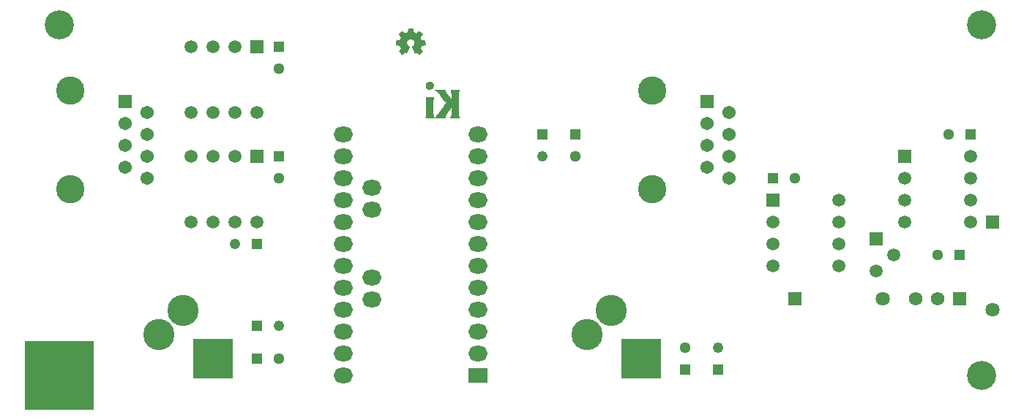
<source format=gbs>
%TF.GenerationSoftware,KiCad,Pcbnew,(5.0.0-rc2-100-g6d77e594b)*%
%TF.CreationDate,2018-06-08T00:04:51-04:00*%
%TF.ProjectId,Logic&Oscillator,4C6F676963264F7363696C6C61746F72,1.0.2*%
%TF.SameCoordinates,Original*%
%TF.FileFunction,Soldermask,Bot*%
%TF.FilePolarity,Negative*%
%FSLAX46Y46*%
G04 Gerber Fmt 4.6, Leading zero omitted, Abs format (unit mm)*
G04 Created by KiCad (PCBNEW (5.0.0-rc2-100-g6d77e594b)) date 06/08/18 00:04:51*
%MOMM*%
%LPD*%
G01*
G04 APERTURE LIST*
%ADD10C,0.002540*%
%ADD11C,0.010000*%
%ADD12C,1.221600*%
%ADD13R,1.221600X1.221600*%
%ADD14C,1.561600*%
%ADD15R,1.561600X1.561600*%
%ADD16C,1.511600*%
%ADD17R,1.511600X1.511600*%
%ADD18C,1.501600*%
%ADD19R,1.501600X1.501600*%
%ADD20C,1.300480*%
%ADD21R,1.221740X1.221740*%
%ADD22C,3.601600*%
%ADD23R,4.601600X4.601600*%
%ADD24C,3.271600*%
%ADD25C,1.541600*%
%ADD26R,1.541600X1.541600*%
%ADD27C,3.361600*%
%ADD28R,0.863600X0.863600*%
%ADD29R,8.041600X8.041600*%
%ADD30R,1.631600X1.631600*%
%ADD31C,1.631600*%
%ADD32R,1.209040X1.209040*%
%ADD33C,1.209040*%
%ADD34R,2.221600X1.801600*%
%ADD35O,2.221600X1.801600*%
G04 APERTURE END LIST*
D10*
%TO.C,G\002A\002A\002A*%
G36*
X122930920Y-84683600D02*
X122913140Y-84673440D01*
X122875040Y-84650580D01*
X122819160Y-84612480D01*
X122753120Y-84569300D01*
X122687080Y-84523580D01*
X122631200Y-84488020D01*
X122593100Y-84462620D01*
X122577860Y-84455000D01*
X122570240Y-84457540D01*
X122537220Y-84472780D01*
X122494040Y-84495640D01*
X122466100Y-84510880D01*
X122425460Y-84528660D01*
X122402600Y-84531200D01*
X122400060Y-84526120D01*
X122384820Y-84495640D01*
X122361960Y-84439760D01*
X122328940Y-84368640D01*
X122293380Y-84282280D01*
X122255280Y-84190840D01*
X122214640Y-84099400D01*
X122179080Y-84010500D01*
X122146060Y-83929220D01*
X122120660Y-83863180D01*
X122102880Y-83820000D01*
X122095260Y-83799680D01*
X122097800Y-83794600D01*
X122118120Y-83774280D01*
X122156220Y-83748880D01*
X122234960Y-83682840D01*
X122313700Y-83586320D01*
X122359420Y-83477100D01*
X122377200Y-83352640D01*
X122361960Y-83238340D01*
X122318780Y-83131660D01*
X122242580Y-83032600D01*
X122148600Y-82958940D01*
X122041920Y-82913220D01*
X121920000Y-82897980D01*
X121805700Y-82910680D01*
X121693940Y-82956400D01*
X121594880Y-83030060D01*
X121551700Y-83078320D01*
X121495820Y-83177380D01*
X121462800Y-83284060D01*
X121460260Y-83312000D01*
X121465340Y-83428840D01*
X121498360Y-83540600D01*
X121561860Y-83639660D01*
X121645680Y-83723480D01*
X121658380Y-83731100D01*
X121696480Y-83761580D01*
X121724420Y-83781900D01*
X121744740Y-83797140D01*
X121594880Y-84157820D01*
X121572020Y-84213700D01*
X121531380Y-84312760D01*
X121495820Y-84396580D01*
X121465340Y-84465160D01*
X121445020Y-84510880D01*
X121437400Y-84528660D01*
X121422160Y-84531200D01*
X121396760Y-84521040D01*
X121345960Y-84498180D01*
X121312940Y-84480400D01*
X121274840Y-84462620D01*
X121257060Y-84455000D01*
X121241820Y-84462620D01*
X121206260Y-84485480D01*
X121152920Y-84521040D01*
X121086880Y-84566760D01*
X121025920Y-84607400D01*
X120970040Y-84645500D01*
X120929400Y-84670900D01*
X120909080Y-84681060D01*
X120906540Y-84681060D01*
X120888760Y-84670900D01*
X120855740Y-84645500D01*
X120807480Y-84599780D01*
X120738900Y-84531200D01*
X120728740Y-84518500D01*
X120670320Y-84462620D01*
X120624600Y-84414360D01*
X120594120Y-84378800D01*
X120581420Y-84363560D01*
X120591580Y-84343240D01*
X120619520Y-84302600D01*
X120655080Y-84244180D01*
X120700800Y-84178140D01*
X120820180Y-84005420D01*
X120754140Y-83842860D01*
X120733820Y-83792060D01*
X120708420Y-83731100D01*
X120690640Y-83687920D01*
X120680480Y-83670140D01*
X120662700Y-83662520D01*
X120619520Y-83652360D01*
X120553480Y-83639660D01*
X120477280Y-83624420D01*
X120403620Y-83611720D01*
X120337580Y-83599020D01*
X120289320Y-83588860D01*
X120266460Y-83586320D01*
X120261380Y-83581240D01*
X120256300Y-83571080D01*
X120253760Y-83548220D01*
X120253760Y-83507580D01*
X120251220Y-83444080D01*
X120251220Y-83352640D01*
X120251220Y-83342480D01*
X120253760Y-83256120D01*
X120253760Y-83185000D01*
X120256300Y-83141820D01*
X120258840Y-83124040D01*
X120281700Y-83118960D01*
X120327420Y-83108800D01*
X120393460Y-83096100D01*
X120472200Y-83080860D01*
X120477280Y-83078320D01*
X120556020Y-83063080D01*
X120624600Y-83050380D01*
X120670320Y-83040220D01*
X120688100Y-83032600D01*
X120693180Y-83027520D01*
X120708420Y-82997040D01*
X120731280Y-82948780D01*
X120759220Y-82887820D01*
X120784620Y-82826860D01*
X120804940Y-82770980D01*
X120820180Y-82727800D01*
X120825260Y-82710020D01*
X120812560Y-82689700D01*
X120787160Y-82649060D01*
X120749060Y-82593180D01*
X120700800Y-82524600D01*
X120698260Y-82519520D01*
X120652540Y-82453480D01*
X120616980Y-82397600D01*
X120591580Y-82356960D01*
X120581420Y-82339180D01*
X120583960Y-82336640D01*
X120596660Y-82318860D01*
X120632220Y-82280760D01*
X120680480Y-82229960D01*
X120738900Y-82169000D01*
X120756680Y-82151220D01*
X120822720Y-82087720D01*
X120868440Y-82047080D01*
X120896380Y-82024220D01*
X120909080Y-82019140D01*
X120929400Y-82031840D01*
X120972580Y-82059780D01*
X121028460Y-82097880D01*
X121097040Y-82143600D01*
X121102120Y-82148680D01*
X121168160Y-82194400D01*
X121224040Y-82229960D01*
X121262140Y-82257900D01*
X121279920Y-82268060D01*
X121282460Y-82268060D01*
X121310400Y-82260440D01*
X121358660Y-82242660D01*
X121417080Y-82219800D01*
X121478040Y-82194400D01*
X121533920Y-82171540D01*
X121577100Y-82153760D01*
X121594880Y-82141060D01*
X121597420Y-82141060D01*
X121602500Y-82115660D01*
X121615200Y-82067400D01*
X121630440Y-81998820D01*
X121645680Y-81915000D01*
X121648220Y-81902300D01*
X121663460Y-81823560D01*
X121676160Y-81757520D01*
X121683780Y-81711800D01*
X121688860Y-81694020D01*
X121701560Y-81691480D01*
X121739660Y-81688940D01*
X121798080Y-81686400D01*
X121869200Y-81686400D01*
X121945400Y-81686400D01*
X122019060Y-81688940D01*
X122080020Y-81688940D01*
X122125740Y-81694020D01*
X122146060Y-81696560D01*
X122146060Y-81699100D01*
X122153680Y-81721960D01*
X122163840Y-81772760D01*
X122176540Y-81841340D01*
X122194320Y-81922620D01*
X122196860Y-81937860D01*
X122212100Y-82016600D01*
X122224800Y-82082640D01*
X122234960Y-82128360D01*
X122240040Y-82146140D01*
X122245120Y-82148680D01*
X122278140Y-82163920D01*
X122331480Y-82184240D01*
X122397520Y-82212180D01*
X122549920Y-82273140D01*
X122737880Y-82146140D01*
X122755660Y-82133440D01*
X122821700Y-82087720D01*
X122877580Y-82049620D01*
X122915680Y-82026760D01*
X122933460Y-82016600D01*
X122953780Y-82034380D01*
X122989340Y-82067400D01*
X123040140Y-82118200D01*
X123098560Y-82176620D01*
X123144280Y-82219800D01*
X123195080Y-82273140D01*
X123228100Y-82308700D01*
X123245880Y-82331560D01*
X123250960Y-82344260D01*
X123250960Y-82354420D01*
X123238260Y-82372200D01*
X123210320Y-82415380D01*
X123172220Y-82471260D01*
X123126500Y-82537300D01*
X123088400Y-82593180D01*
X123047760Y-82656680D01*
X123022360Y-82699860D01*
X123012200Y-82722720D01*
X123014740Y-82732880D01*
X123027440Y-82768440D01*
X123050300Y-82824320D01*
X123078240Y-82890360D01*
X123144280Y-83037680D01*
X123240800Y-83058000D01*
X123299220Y-83068160D01*
X123383040Y-83083400D01*
X123461780Y-83098640D01*
X123583700Y-83124040D01*
X123588780Y-83573620D01*
X123568460Y-83581240D01*
X123550680Y-83586320D01*
X123504960Y-83596480D01*
X123441460Y-83609180D01*
X123362720Y-83624420D01*
X123299220Y-83637120D01*
X123233180Y-83649820D01*
X123184920Y-83657440D01*
X123164600Y-83662520D01*
X123159520Y-83670140D01*
X123141740Y-83700620D01*
X123118880Y-83751420D01*
X123093480Y-83812380D01*
X123065540Y-83875880D01*
X123042680Y-83934300D01*
X123027440Y-83980020D01*
X123019820Y-84002880D01*
X123029980Y-84020660D01*
X123055380Y-84058760D01*
X123090940Y-84114640D01*
X123136660Y-84180680D01*
X123179840Y-84244180D01*
X123217940Y-84302600D01*
X123243340Y-84340700D01*
X123256040Y-84361020D01*
X123250960Y-84373720D01*
X123223020Y-84404200D01*
X123174760Y-84455000D01*
X123101100Y-84528660D01*
X123088400Y-84538820D01*
X123029980Y-84597240D01*
X122981720Y-84642960D01*
X122946160Y-84673440D01*
X122930920Y-84683600D01*
X122930920Y-84683600D01*
G37*
X122930920Y-84683600D02*
X122913140Y-84673440D01*
X122875040Y-84650580D01*
X122819160Y-84612480D01*
X122753120Y-84569300D01*
X122687080Y-84523580D01*
X122631200Y-84488020D01*
X122593100Y-84462620D01*
X122577860Y-84455000D01*
X122570240Y-84457540D01*
X122537220Y-84472780D01*
X122494040Y-84495640D01*
X122466100Y-84510880D01*
X122425460Y-84528660D01*
X122402600Y-84531200D01*
X122400060Y-84526120D01*
X122384820Y-84495640D01*
X122361960Y-84439760D01*
X122328940Y-84368640D01*
X122293380Y-84282280D01*
X122255280Y-84190840D01*
X122214640Y-84099400D01*
X122179080Y-84010500D01*
X122146060Y-83929220D01*
X122120660Y-83863180D01*
X122102880Y-83820000D01*
X122095260Y-83799680D01*
X122097800Y-83794600D01*
X122118120Y-83774280D01*
X122156220Y-83748880D01*
X122234960Y-83682840D01*
X122313700Y-83586320D01*
X122359420Y-83477100D01*
X122377200Y-83352640D01*
X122361960Y-83238340D01*
X122318780Y-83131660D01*
X122242580Y-83032600D01*
X122148600Y-82958940D01*
X122041920Y-82913220D01*
X121920000Y-82897980D01*
X121805700Y-82910680D01*
X121693940Y-82956400D01*
X121594880Y-83030060D01*
X121551700Y-83078320D01*
X121495820Y-83177380D01*
X121462800Y-83284060D01*
X121460260Y-83312000D01*
X121465340Y-83428840D01*
X121498360Y-83540600D01*
X121561860Y-83639660D01*
X121645680Y-83723480D01*
X121658380Y-83731100D01*
X121696480Y-83761580D01*
X121724420Y-83781900D01*
X121744740Y-83797140D01*
X121594880Y-84157820D01*
X121572020Y-84213700D01*
X121531380Y-84312760D01*
X121495820Y-84396580D01*
X121465340Y-84465160D01*
X121445020Y-84510880D01*
X121437400Y-84528660D01*
X121422160Y-84531200D01*
X121396760Y-84521040D01*
X121345960Y-84498180D01*
X121312940Y-84480400D01*
X121274840Y-84462620D01*
X121257060Y-84455000D01*
X121241820Y-84462620D01*
X121206260Y-84485480D01*
X121152920Y-84521040D01*
X121086880Y-84566760D01*
X121025920Y-84607400D01*
X120970040Y-84645500D01*
X120929400Y-84670900D01*
X120909080Y-84681060D01*
X120906540Y-84681060D01*
X120888760Y-84670900D01*
X120855740Y-84645500D01*
X120807480Y-84599780D01*
X120738900Y-84531200D01*
X120728740Y-84518500D01*
X120670320Y-84462620D01*
X120624600Y-84414360D01*
X120594120Y-84378800D01*
X120581420Y-84363560D01*
X120591580Y-84343240D01*
X120619520Y-84302600D01*
X120655080Y-84244180D01*
X120700800Y-84178140D01*
X120820180Y-84005420D01*
X120754140Y-83842860D01*
X120733820Y-83792060D01*
X120708420Y-83731100D01*
X120690640Y-83687920D01*
X120680480Y-83670140D01*
X120662700Y-83662520D01*
X120619520Y-83652360D01*
X120553480Y-83639660D01*
X120477280Y-83624420D01*
X120403620Y-83611720D01*
X120337580Y-83599020D01*
X120289320Y-83588860D01*
X120266460Y-83586320D01*
X120261380Y-83581240D01*
X120256300Y-83571080D01*
X120253760Y-83548220D01*
X120253760Y-83507580D01*
X120251220Y-83444080D01*
X120251220Y-83352640D01*
X120251220Y-83342480D01*
X120253760Y-83256120D01*
X120253760Y-83185000D01*
X120256300Y-83141820D01*
X120258840Y-83124040D01*
X120281700Y-83118960D01*
X120327420Y-83108800D01*
X120393460Y-83096100D01*
X120472200Y-83080860D01*
X120477280Y-83078320D01*
X120556020Y-83063080D01*
X120624600Y-83050380D01*
X120670320Y-83040220D01*
X120688100Y-83032600D01*
X120693180Y-83027520D01*
X120708420Y-82997040D01*
X120731280Y-82948780D01*
X120759220Y-82887820D01*
X120784620Y-82826860D01*
X120804940Y-82770980D01*
X120820180Y-82727800D01*
X120825260Y-82710020D01*
X120812560Y-82689700D01*
X120787160Y-82649060D01*
X120749060Y-82593180D01*
X120700800Y-82524600D01*
X120698260Y-82519520D01*
X120652540Y-82453480D01*
X120616980Y-82397600D01*
X120591580Y-82356960D01*
X120581420Y-82339180D01*
X120583960Y-82336640D01*
X120596660Y-82318860D01*
X120632220Y-82280760D01*
X120680480Y-82229960D01*
X120738900Y-82169000D01*
X120756680Y-82151220D01*
X120822720Y-82087720D01*
X120868440Y-82047080D01*
X120896380Y-82024220D01*
X120909080Y-82019140D01*
X120929400Y-82031840D01*
X120972580Y-82059780D01*
X121028460Y-82097880D01*
X121097040Y-82143600D01*
X121102120Y-82148680D01*
X121168160Y-82194400D01*
X121224040Y-82229960D01*
X121262140Y-82257900D01*
X121279920Y-82268060D01*
X121282460Y-82268060D01*
X121310400Y-82260440D01*
X121358660Y-82242660D01*
X121417080Y-82219800D01*
X121478040Y-82194400D01*
X121533920Y-82171540D01*
X121577100Y-82153760D01*
X121594880Y-82141060D01*
X121597420Y-82141060D01*
X121602500Y-82115660D01*
X121615200Y-82067400D01*
X121630440Y-81998820D01*
X121645680Y-81915000D01*
X121648220Y-81902300D01*
X121663460Y-81823560D01*
X121676160Y-81757520D01*
X121683780Y-81711800D01*
X121688860Y-81694020D01*
X121701560Y-81691480D01*
X121739660Y-81688940D01*
X121798080Y-81686400D01*
X121869200Y-81686400D01*
X121945400Y-81686400D01*
X122019060Y-81688940D01*
X122080020Y-81688940D01*
X122125740Y-81694020D01*
X122146060Y-81696560D01*
X122146060Y-81699100D01*
X122153680Y-81721960D01*
X122163840Y-81772760D01*
X122176540Y-81841340D01*
X122194320Y-81922620D01*
X122196860Y-81937860D01*
X122212100Y-82016600D01*
X122224800Y-82082640D01*
X122234960Y-82128360D01*
X122240040Y-82146140D01*
X122245120Y-82148680D01*
X122278140Y-82163920D01*
X122331480Y-82184240D01*
X122397520Y-82212180D01*
X122549920Y-82273140D01*
X122737880Y-82146140D01*
X122755660Y-82133440D01*
X122821700Y-82087720D01*
X122877580Y-82049620D01*
X122915680Y-82026760D01*
X122933460Y-82016600D01*
X122953780Y-82034380D01*
X122989340Y-82067400D01*
X123040140Y-82118200D01*
X123098560Y-82176620D01*
X123144280Y-82219800D01*
X123195080Y-82273140D01*
X123228100Y-82308700D01*
X123245880Y-82331560D01*
X123250960Y-82344260D01*
X123250960Y-82354420D01*
X123238260Y-82372200D01*
X123210320Y-82415380D01*
X123172220Y-82471260D01*
X123126500Y-82537300D01*
X123088400Y-82593180D01*
X123047760Y-82656680D01*
X123022360Y-82699860D01*
X123012200Y-82722720D01*
X123014740Y-82732880D01*
X123027440Y-82768440D01*
X123050300Y-82824320D01*
X123078240Y-82890360D01*
X123144280Y-83037680D01*
X123240800Y-83058000D01*
X123299220Y-83068160D01*
X123383040Y-83083400D01*
X123461780Y-83098640D01*
X123583700Y-83124040D01*
X123588780Y-83573620D01*
X123568460Y-83581240D01*
X123550680Y-83586320D01*
X123504960Y-83596480D01*
X123441460Y-83609180D01*
X123362720Y-83624420D01*
X123299220Y-83637120D01*
X123233180Y-83649820D01*
X123184920Y-83657440D01*
X123164600Y-83662520D01*
X123159520Y-83670140D01*
X123141740Y-83700620D01*
X123118880Y-83751420D01*
X123093480Y-83812380D01*
X123065540Y-83875880D01*
X123042680Y-83934300D01*
X123027440Y-83980020D01*
X123019820Y-84002880D01*
X123029980Y-84020660D01*
X123055380Y-84058760D01*
X123090940Y-84114640D01*
X123136660Y-84180680D01*
X123179840Y-84244180D01*
X123217940Y-84302600D01*
X123243340Y-84340700D01*
X123256040Y-84361020D01*
X123250960Y-84373720D01*
X123223020Y-84404200D01*
X123174760Y-84455000D01*
X123101100Y-84528660D01*
X123088400Y-84538820D01*
X123029980Y-84597240D01*
X122981720Y-84642960D01*
X122946160Y-84673440D01*
X122930920Y-84683600D01*
D11*
%TO.C,REF\002A\002A*%
G36*
X125306253Y-88798400D02*
X124760941Y-88798400D01*
X124959721Y-88999787D01*
X125289429Y-89362691D01*
X125503849Y-89636815D01*
X125582297Y-89740400D01*
X125676856Y-89860529D01*
X125776950Y-89984202D01*
X125872002Y-90098419D01*
X125951434Y-90190181D01*
X125976532Y-90217760D01*
X126057964Y-90305212D01*
X125988006Y-90396356D01*
X125852564Y-90585604D01*
X125765022Y-90725050D01*
X125710152Y-90807286D01*
X125648876Y-90886612D01*
X125643727Y-90892607D01*
X125574778Y-90975581D01*
X125494253Y-91078137D01*
X125411058Y-91188288D01*
X125334098Y-91294047D01*
X125272281Y-91383425D01*
X125236624Y-91440547D01*
X125201543Y-91493596D01*
X125143014Y-91572062D01*
X125071180Y-91663252D01*
X124996185Y-91754472D01*
X124928172Y-91833032D01*
X124891800Y-91872020D01*
X124867911Y-91898081D01*
X124825637Y-91945406D01*
X124817523Y-91954570D01*
X124755945Y-92024200D01*
X125882400Y-92024200D01*
X125882400Y-91945923D01*
X125899163Y-91869395D01*
X125946393Y-91764149D01*
X126019507Y-91638239D01*
X126113919Y-91499716D01*
X126201458Y-91385533D01*
X126272732Y-91293313D01*
X126338053Y-91202269D01*
X126385223Y-91129535D01*
X126391329Y-91118833D01*
X126431371Y-91052434D01*
X126466658Y-91004284D01*
X126475301Y-90995500D01*
X126509862Y-90956816D01*
X126550085Y-90900250D01*
X126587774Y-90852093D01*
X126618285Y-90830487D01*
X126619586Y-90830400D01*
X126628462Y-90855091D01*
X126635582Y-90926381D01*
X126640736Y-91040092D01*
X126643717Y-91192044D01*
X126644400Y-91326961D01*
X126643716Y-91506263D01*
X126641305Y-91642270D01*
X126636625Y-91742475D01*
X126629137Y-91814369D01*
X126618302Y-91865443D01*
X126603579Y-91903188D01*
X126602756Y-91904811D01*
X126567283Y-91964491D01*
X126535777Y-92002618D01*
X126532906Y-92004761D01*
X126548403Y-92010323D01*
X126607753Y-92015262D01*
X126704014Y-92019312D01*
X126830241Y-92022207D01*
X126979489Y-92023682D01*
X127031206Y-92023811D01*
X127557711Y-92024200D01*
X127528032Y-91954350D01*
X127499859Y-91895758D01*
X127477776Y-91860370D01*
X127473943Y-91831142D01*
X127470343Y-91755781D01*
X127467041Y-91638951D01*
X127464104Y-91485317D01*
X127461601Y-91299546D01*
X127459596Y-91086302D01*
X127458158Y-90850251D01*
X127457353Y-90596059D01*
X127457201Y-90424290D01*
X127457259Y-90120311D01*
X127457530Y-89862912D01*
X127458154Y-89647874D01*
X127459274Y-89470978D01*
X127461031Y-89328004D01*
X127463567Y-89214733D01*
X127467024Y-89126945D01*
X127471543Y-89060421D01*
X127477267Y-89010941D01*
X127484338Y-88974286D01*
X127492896Y-88946237D01*
X127503084Y-88922574D01*
X127508001Y-88912699D01*
X127538756Y-88850869D01*
X127556810Y-88811660D01*
X127558801Y-88805729D01*
X127534665Y-88803507D01*
X127467312Y-88801556D01*
X127364328Y-88799984D01*
X127233294Y-88798901D01*
X127081795Y-88798415D01*
X127048083Y-88798400D01*
X126874940Y-88798664D01*
X126746371Y-88799831D01*
X126656154Y-88802464D01*
X126598063Y-88807123D01*
X126565876Y-88814372D01*
X126553368Y-88824772D01*
X126554314Y-88838885D01*
X126555836Y-88842850D01*
X126589195Y-88931673D01*
X126613261Y-89020181D01*
X126629420Y-89119141D01*
X126639058Y-89239321D01*
X126643560Y-89391488D01*
X126644400Y-89531088D01*
X126644401Y-89950904D01*
X126568201Y-89877900D01*
X126520587Y-89827557D01*
X126494006Y-89790278D01*
X126492000Y-89783483D01*
X126476863Y-89757550D01*
X126437372Y-89704128D01*
X126382412Y-89634145D01*
X126320868Y-89558529D01*
X126261623Y-89488209D01*
X126213561Y-89434114D01*
X126186761Y-89408000D01*
X126164439Y-89380734D01*
X126126064Y-89324630D01*
X126098198Y-89281000D01*
X126039995Y-89193298D01*
X125977049Y-89106698D01*
X125954701Y-89078362D01*
X125909987Y-89011736D01*
X125884592Y-88950643D01*
X125882400Y-88934390D01*
X125881878Y-88890677D01*
X125876209Y-88857502D01*
X125859238Y-88833412D01*
X125824811Y-88816955D01*
X125766774Y-88806677D01*
X125678972Y-88801127D01*
X125555250Y-88798851D01*
X125389455Y-88798396D01*
X125306253Y-88798400D01*
X125306253Y-88798400D01*
G37*
X125306253Y-88798400D02*
X124760941Y-88798400D01*
X124959721Y-88999787D01*
X125289429Y-89362691D01*
X125503849Y-89636815D01*
X125582297Y-89740400D01*
X125676856Y-89860529D01*
X125776950Y-89984202D01*
X125872002Y-90098419D01*
X125951434Y-90190181D01*
X125976532Y-90217760D01*
X126057964Y-90305212D01*
X125988006Y-90396356D01*
X125852564Y-90585604D01*
X125765022Y-90725050D01*
X125710152Y-90807286D01*
X125648876Y-90886612D01*
X125643727Y-90892607D01*
X125574778Y-90975581D01*
X125494253Y-91078137D01*
X125411058Y-91188288D01*
X125334098Y-91294047D01*
X125272281Y-91383425D01*
X125236624Y-91440547D01*
X125201543Y-91493596D01*
X125143014Y-91572062D01*
X125071180Y-91663252D01*
X124996185Y-91754472D01*
X124928172Y-91833032D01*
X124891800Y-91872020D01*
X124867911Y-91898081D01*
X124825637Y-91945406D01*
X124817523Y-91954570D01*
X124755945Y-92024200D01*
X125882400Y-92024200D01*
X125882400Y-91945923D01*
X125899163Y-91869395D01*
X125946393Y-91764149D01*
X126019507Y-91638239D01*
X126113919Y-91499716D01*
X126201458Y-91385533D01*
X126272732Y-91293313D01*
X126338053Y-91202269D01*
X126385223Y-91129535D01*
X126391329Y-91118833D01*
X126431371Y-91052434D01*
X126466658Y-91004284D01*
X126475301Y-90995500D01*
X126509862Y-90956816D01*
X126550085Y-90900250D01*
X126587774Y-90852093D01*
X126618285Y-90830487D01*
X126619586Y-90830400D01*
X126628462Y-90855091D01*
X126635582Y-90926381D01*
X126640736Y-91040092D01*
X126643717Y-91192044D01*
X126644400Y-91326961D01*
X126643716Y-91506263D01*
X126641305Y-91642270D01*
X126636625Y-91742475D01*
X126629137Y-91814369D01*
X126618302Y-91865443D01*
X126603579Y-91903188D01*
X126602756Y-91904811D01*
X126567283Y-91964491D01*
X126535777Y-92002618D01*
X126532906Y-92004761D01*
X126548403Y-92010323D01*
X126607753Y-92015262D01*
X126704014Y-92019312D01*
X126830241Y-92022207D01*
X126979489Y-92023682D01*
X127031206Y-92023811D01*
X127557711Y-92024200D01*
X127528032Y-91954350D01*
X127499859Y-91895758D01*
X127477776Y-91860370D01*
X127473943Y-91831142D01*
X127470343Y-91755781D01*
X127467041Y-91638951D01*
X127464104Y-91485317D01*
X127461601Y-91299546D01*
X127459596Y-91086302D01*
X127458158Y-90850251D01*
X127457353Y-90596059D01*
X127457201Y-90424290D01*
X127457259Y-90120311D01*
X127457530Y-89862912D01*
X127458154Y-89647874D01*
X127459274Y-89470978D01*
X127461031Y-89328004D01*
X127463567Y-89214733D01*
X127467024Y-89126945D01*
X127471543Y-89060421D01*
X127477267Y-89010941D01*
X127484338Y-88974286D01*
X127492896Y-88946237D01*
X127503084Y-88922574D01*
X127508001Y-88912699D01*
X127538756Y-88850869D01*
X127556810Y-88811660D01*
X127558801Y-88805729D01*
X127534665Y-88803507D01*
X127467312Y-88801556D01*
X127364328Y-88799984D01*
X127233294Y-88798901D01*
X127081795Y-88798415D01*
X127048083Y-88798400D01*
X126874940Y-88798664D01*
X126746371Y-88799831D01*
X126656154Y-88802464D01*
X126598063Y-88807123D01*
X126565876Y-88814372D01*
X126553368Y-88824772D01*
X126554314Y-88838885D01*
X126555836Y-88842850D01*
X126589195Y-88931673D01*
X126613261Y-89020181D01*
X126629420Y-89119141D01*
X126639058Y-89239321D01*
X126643560Y-89391488D01*
X126644400Y-89531088D01*
X126644401Y-89950904D01*
X126568201Y-89877900D01*
X126520587Y-89827557D01*
X126494006Y-89790278D01*
X126492000Y-89783483D01*
X126476863Y-89757550D01*
X126437372Y-89704128D01*
X126382412Y-89634145D01*
X126320868Y-89558529D01*
X126261623Y-89488209D01*
X126213561Y-89434114D01*
X126186761Y-89408000D01*
X126164439Y-89380734D01*
X126126064Y-89324630D01*
X126098198Y-89281000D01*
X126039995Y-89193298D01*
X125977049Y-89106698D01*
X125954701Y-89078362D01*
X125909987Y-89011736D01*
X125884592Y-88950643D01*
X125882400Y-88934390D01*
X125881878Y-88890677D01*
X125876209Y-88857502D01*
X125859238Y-88833412D01*
X125824811Y-88816955D01*
X125766774Y-88806677D01*
X125678972Y-88801127D01*
X125555250Y-88798851D01*
X125389455Y-88798396D01*
X125306253Y-88798400D01*
G36*
X123723400Y-90762045D02*
X123723179Y-91033528D01*
X123722417Y-91258618D01*
X123720974Y-91441721D01*
X123718706Y-91587240D01*
X123715469Y-91699583D01*
X123711122Y-91783155D01*
X123705520Y-91842359D01*
X123698522Y-91881603D01*
X123689984Y-91905292D01*
X123686108Y-91911395D01*
X123659822Y-91948943D01*
X123649109Y-91977085D01*
X123659290Y-91997174D01*
X123695688Y-92010563D01*
X123763624Y-92018605D01*
X123868422Y-92022653D01*
X124015402Y-92024060D01*
X124129800Y-92024200D01*
X124280082Y-92023515D01*
X124411273Y-92021608D01*
X124515573Y-92018702D01*
X124585181Y-92015017D01*
X124612295Y-92010776D01*
X124612400Y-92010488D01*
X124601845Y-91981454D01*
X124575274Y-91924509D01*
X124561600Y-91897200D01*
X124548734Y-91869760D01*
X124538241Y-91839394D01*
X124529880Y-91800920D01*
X124523409Y-91749155D01*
X124518589Y-91678918D01*
X124515178Y-91585027D01*
X124512935Y-91462301D01*
X124511619Y-91305559D01*
X124510990Y-91109617D01*
X124510805Y-90869296D01*
X124510800Y-90804750D01*
X124511053Y-90547269D01*
X124511929Y-90335749D01*
X124513604Y-90165351D01*
X124516252Y-90031238D01*
X124520050Y-89928571D01*
X124525173Y-89852513D01*
X124531797Y-89798226D01*
X124540097Y-89760872D01*
X124549553Y-89736938D01*
X124588305Y-89662000D01*
X123723400Y-89662000D01*
X123723400Y-90762045D01*
X123723400Y-90762045D01*
G37*
X123723400Y-90762045D02*
X123723179Y-91033528D01*
X123722417Y-91258618D01*
X123720974Y-91441721D01*
X123718706Y-91587240D01*
X123715469Y-91699583D01*
X123711122Y-91783155D01*
X123705520Y-91842359D01*
X123698522Y-91881603D01*
X123689984Y-91905292D01*
X123686108Y-91911395D01*
X123659822Y-91948943D01*
X123649109Y-91977085D01*
X123659290Y-91997174D01*
X123695688Y-92010563D01*
X123763624Y-92018605D01*
X123868422Y-92022653D01*
X124015402Y-92024060D01*
X124129800Y-92024200D01*
X124280082Y-92023515D01*
X124411273Y-92021608D01*
X124515573Y-92018702D01*
X124585181Y-92015017D01*
X124612295Y-92010776D01*
X124612400Y-92010488D01*
X124601845Y-91981454D01*
X124575274Y-91924509D01*
X124561600Y-91897200D01*
X124548734Y-91869760D01*
X124538241Y-91839394D01*
X124529880Y-91800920D01*
X124523409Y-91749155D01*
X124518589Y-91678918D01*
X124515178Y-91585027D01*
X124512935Y-91462301D01*
X124511619Y-91305559D01*
X124510990Y-91109617D01*
X124510805Y-90869296D01*
X124510800Y-90804750D01*
X124511053Y-90547269D01*
X124511929Y-90335749D01*
X124513604Y-90165351D01*
X124516252Y-90031238D01*
X124520050Y-89928571D01*
X124525173Y-89852513D01*
X124531797Y-89798226D01*
X124540097Y-89760872D01*
X124549553Y-89736938D01*
X124588305Y-89662000D01*
X123723400Y-89662000D01*
X123723400Y-90762045D01*
G36*
X123964059Y-87895960D02*
X123846455Y-87962395D01*
X123752977Y-88065045D01*
X123709188Y-88151124D01*
X123678578Y-88289614D01*
X123687679Y-88427591D01*
X123735027Y-88549084D01*
X123747412Y-88567850D01*
X123837851Y-88655408D01*
X123956729Y-88715553D01*
X124089667Y-88745418D01*
X124222287Y-88742134D01*
X124340210Y-88702832D01*
X124360994Y-88690244D01*
X124443263Y-88611394D01*
X124511086Y-88502770D01*
X124553253Y-88385295D01*
X124561600Y-88315799D01*
X124542326Y-88206575D01*
X124491810Y-88092110D01*
X124421018Y-87993158D01*
X124365358Y-87944295D01*
X124233139Y-87883876D01*
X124096163Y-87868776D01*
X123964059Y-87895960D01*
X123964059Y-87895960D01*
G37*
X123964059Y-87895960D02*
X123846455Y-87962395D01*
X123752977Y-88065045D01*
X123709188Y-88151124D01*
X123678578Y-88289614D01*
X123687679Y-88427591D01*
X123735027Y-88549084D01*
X123747412Y-88567850D01*
X123837851Y-88655408D01*
X123956729Y-88715553D01*
X124089667Y-88745418D01*
X124222287Y-88742134D01*
X124340210Y-88702832D01*
X124360994Y-88690244D01*
X124443263Y-88611394D01*
X124511086Y-88502770D01*
X124553253Y-88385295D01*
X124561600Y-88315799D01*
X124542326Y-88206575D01*
X124491810Y-88092110D01*
X124421018Y-87993158D01*
X124365358Y-87944295D01*
X124233139Y-87883876D01*
X124096163Y-87868776D01*
X123964059Y-87895960D01*
%TD*%
D12*
%TO.C,C3*%
X106695390Y-116210270D03*
D13*
X104155390Y-116210270D03*
%TD*%
D12*
%TO.C,C6*%
X157495390Y-118750270D03*
D13*
X157495390Y-121290270D03*
%TD*%
D12*
%TO.C,C8*%
X137175390Y-96525270D03*
D13*
X137175390Y-93985270D03*
%TD*%
D14*
%TO.C,R2*%
X180355390Y-113035270D03*
X182895390Y-113035270D03*
D15*
X185435390Y-113035270D03*
%TD*%
D16*
%TO.C,Q1*%
X175745140Y-109796770D03*
X177815390Y-107955270D03*
D17*
X175745140Y-106113770D03*
%TD*%
D18*
%TO.C,U1*%
X186705390Y-96520000D03*
X186705390Y-99060000D03*
X186705390Y-101600000D03*
X186705390Y-104140000D03*
X179085390Y-104140000D03*
X179085390Y-101600000D03*
X179085390Y-99060000D03*
D19*
X179085390Y-96520000D03*
%TD*%
D18*
%TO.C,U3*%
X171465390Y-101605270D03*
X171465390Y-104145270D03*
X171465390Y-106685270D03*
X171465390Y-109225270D03*
X163845390Y-109225270D03*
X163845390Y-106685270D03*
X163845390Y-104145270D03*
D19*
X163845390Y-101605270D03*
%TD*%
D18*
%TO.C,U4*%
X104155390Y-91445270D03*
X101615390Y-91445270D03*
X99075390Y-91445270D03*
X96535390Y-91445270D03*
X96535390Y-83825270D03*
X99075390Y-83825270D03*
X101615390Y-83825270D03*
D19*
X104155390Y-83825270D03*
%TD*%
D18*
%TO.C,U5*%
X104155390Y-104145270D03*
X101615390Y-104145270D03*
X99075390Y-104145270D03*
X96535390Y-104145270D03*
X96535390Y-96525270D03*
X99075390Y-96525270D03*
X101615390Y-96525270D03*
D19*
X104155390Y-96525270D03*
%TD*%
D20*
%TO.C,C1*%
X184165390Y-93985270D03*
D21*
X186705390Y-93985270D03*
%TD*%
D20*
%TO.C,C2*%
X182895390Y-107955270D03*
D21*
X185435390Y-107955270D03*
%TD*%
D20*
%TO.C,C4*%
X106695390Y-120020270D03*
D21*
X104155390Y-120020270D03*
%TD*%
D20*
%TO.C,C5*%
X153685390Y-118750270D03*
D21*
X153685390Y-121290270D03*
%TD*%
D20*
%TO.C,C7*%
X140985390Y-96525270D03*
D21*
X140985390Y-93985270D03*
%TD*%
D20*
%TO.C,C9*%
X166385390Y-99065270D03*
D21*
X163845390Y-99065270D03*
%TD*%
D20*
%TO.C,C10*%
X106695390Y-86365270D03*
D21*
X106695390Y-83825270D03*
%TD*%
D20*
%TO.C,C11*%
X106695390Y-99065270D03*
D21*
X106695390Y-96525270D03*
%TD*%
D22*
%TO.C,J1*%
X92775390Y-117220270D03*
X95575390Y-114420270D03*
D23*
X99075390Y-120020270D03*
%TD*%
D22*
%TO.C,J2*%
X142305390Y-117220270D03*
X145105390Y-114420270D03*
D23*
X148605390Y-120020270D03*
%TD*%
D24*
%TO.C,J3*%
X149875390Y-88910270D03*
X149875390Y-100340270D03*
D25*
X158765390Y-99065270D03*
X156225390Y-97795270D03*
X158765390Y-96525270D03*
X156225390Y-95255270D03*
X158765390Y-93985270D03*
X156225390Y-92715270D03*
X158765390Y-91445270D03*
D26*
X156225390Y-90175270D03*
%TD*%
D24*
%TO.C,J4*%
X82565390Y-88910270D03*
X82565390Y-100340270D03*
D25*
X91455390Y-99065270D03*
X88915390Y-97795270D03*
X91455390Y-96525270D03*
X88915390Y-95255270D03*
X91455390Y-93985270D03*
X88915390Y-92715270D03*
X91455390Y-91445270D03*
D26*
X88915390Y-90175270D03*
%TD*%
D27*
%TO.C,MH2*%
X187960000Y-121920000D03*
%TD*%
%TO.C,MH3*%
X187960000Y-81280000D03*
%TD*%
%TO.C,MH4*%
X81280000Y-81280000D03*
%TD*%
D28*
%TO.C,MH1*%
X84836000Y-118364000D03*
X84836000Y-121920000D03*
X84836000Y-125476000D03*
X81280000Y-125476000D03*
X77724000Y-125476000D03*
X77724000Y-121920000D03*
X77724000Y-118364000D03*
X81280000Y-118364000D03*
D29*
X81280000Y-121920000D03*
%TD*%
D30*
%TO.C,R1*%
X189245390Y-104145270D03*
D31*
X189245390Y-114305270D03*
%TD*%
D30*
%TO.C,R3*%
X166385390Y-113035270D03*
D31*
X176545390Y-113035270D03*
%TD*%
D32*
%TO.C,R4*%
X104155390Y-106685270D03*
D33*
X101615390Y-106685270D03*
%TD*%
D34*
%TO.C,U2*%
X129765390Y-121925270D03*
D35*
X129765390Y-119385270D03*
X129765390Y-116845270D03*
X129765390Y-114305270D03*
X129765390Y-111765270D03*
X129765390Y-109225270D03*
X129765390Y-106685270D03*
X129765390Y-104145270D03*
X129765390Y-101605270D03*
X129765390Y-99065270D03*
X129765390Y-96525270D03*
X129765390Y-93985270D03*
X114105390Y-93985270D03*
X114105390Y-96525270D03*
X114105390Y-99065270D03*
X114105390Y-101605270D03*
X114105390Y-104145270D03*
X114105390Y-106685270D03*
X114105390Y-109225270D03*
X114105390Y-111765270D03*
X114105390Y-114305270D03*
X114105390Y-116845270D03*
X114105390Y-119385270D03*
X114105390Y-121925270D03*
X117446390Y-110622270D03*
X117446390Y-113162270D03*
X117446390Y-100157470D03*
X117446390Y-102697470D03*
%TD*%
M02*

</source>
